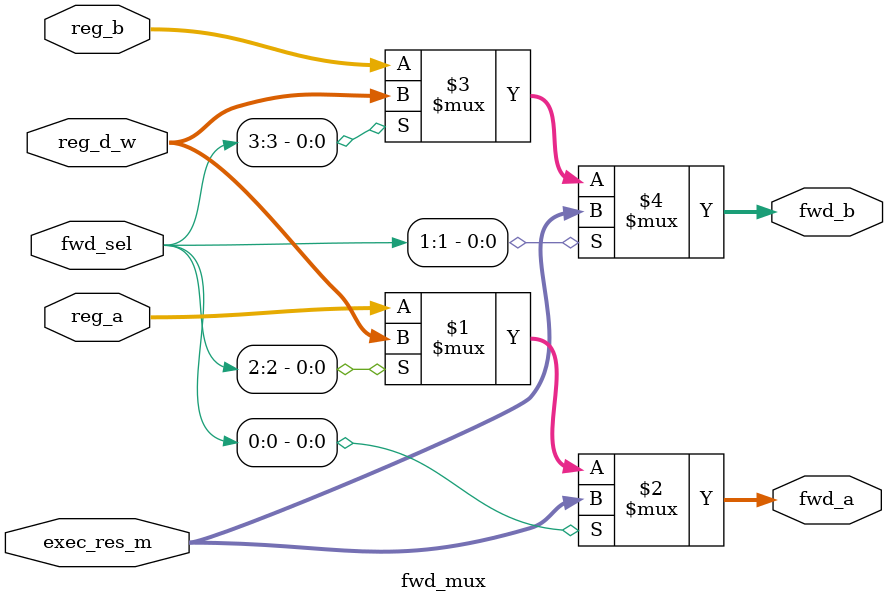
<source format=sv>
module fwd_mux(
    input logic[31:0] reg_a,
    input logic[31:0] reg_b,
    input logic[31:0] exec_res_m,
    input logic[31:0] reg_d_w,
    input logic[3:0] fwd_sel,
    output logic[31:0] fwd_a,
    output logic[31:0] fwd_b
);
    assign fwd_a = fwd_sel[0] ? exec_res_m : (fwd_sel[2] ? reg_d_w : reg_a);
    assign fwd_b = fwd_sel[1] ? exec_res_m : (fwd_sel[3] ? reg_d_w : reg_b);
endmodule

</source>
